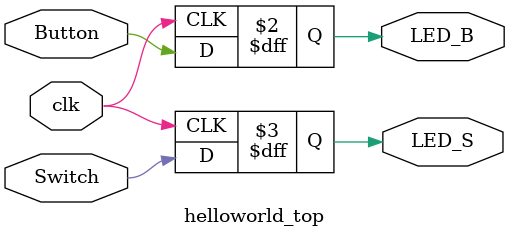
<source format=v>
`timescale 1ns / 1ps
module helloworld_top(
	input Button,
	input Switch,
	input clk,
	output reg LED_B,
	output reg LED_S
	);
	
	always @(posedge clk) begin
		LED_B <= Button;
		LED_S <= Switch;
	end
	
endmodule

</source>
